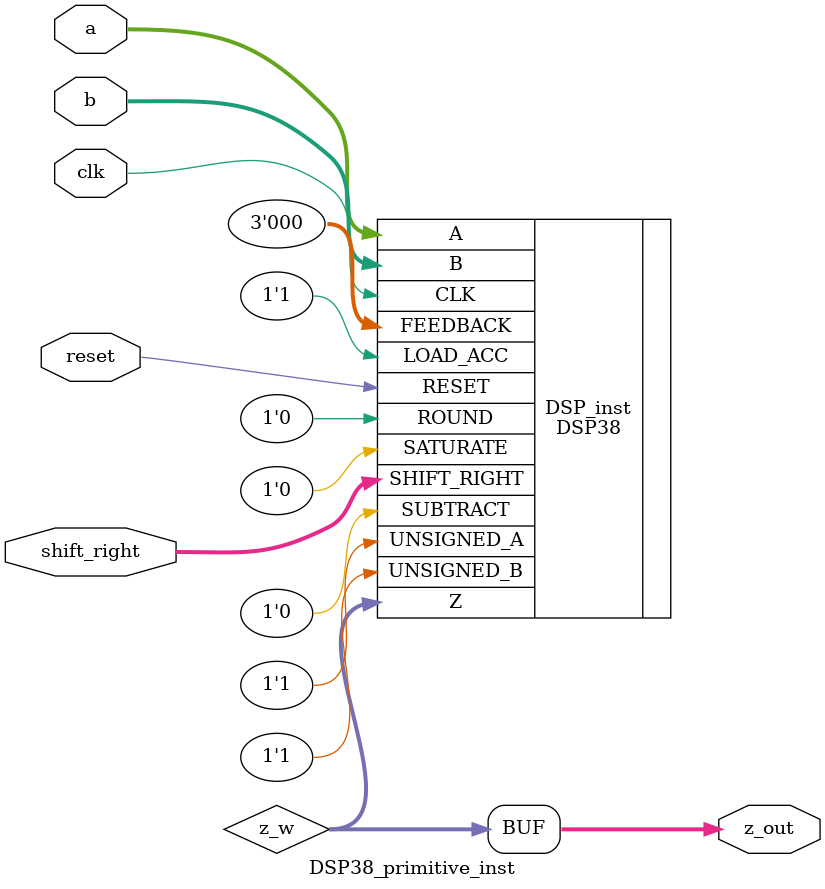
<source format=v>

module DSP38_primitive_inst (
	input  wire [19:0] a,
  input  wire [17:0] b,
  input  wire [5:0] shift_right,
	input wire clk, reset,
  output wire [37:0] z_out
);

  parameter [79:0] MODE_BITS = 80'd0;
    
  wire [37:0] z_w;

DSP38 #(
  .DSP_MODE("MULTIPLY_ACCUMULATE"), // DSp arithmetic mode (MULTIPLY/MULTIPLY_ADD_SUB/MULTIPLY_ACCUMULATE)
  .COEFF_0(20'h00000), // 20-bit A input coefficient 0
  .COEFF_1(20'h00000), // 20-bit A input coefficient 1
  .COEFF_2(20'h00000), // 20-bit A input coefficient 2
  .COEFF_3(20'h00000), // 20-bit A input coefficient 3
  .OUTPUT_REG_EN("FALSE"), // Enable output register (TRUE/FALSE)
  .INPUT_REG_EN("FALSE") // Enable input register (TRUE/FALSE)
) DSP_inst(
  .A(a), // 20-bit data input for multipluier or accumulator loading
  .B(b), // 18-bit data input for multiplication
  .Z(z_w), // 38-bit data output
  .CLK(clk), // Clock
  .RESET(reset), // None
  .FEEDBACK(3'd0), // 3-bit feedback input selects coefficient
  .LOAD_ACC(1'd1), // Load accumulator input
  .SATURATE(1'b0), // Saturate enable
  .SHIFT_RIGHT(shift_right), // 6-bit Shift right
  .ROUND(1'd0), // Round
  .SUBTRACT(1'b0), // Add or subtract
  .UNSIGNED_A (1'b1), // Selects signed or unsigned data for A input
  .UNSIGNED_B (1'b1) 
);		
    assign z_out = z_w;

endmodule

</source>
